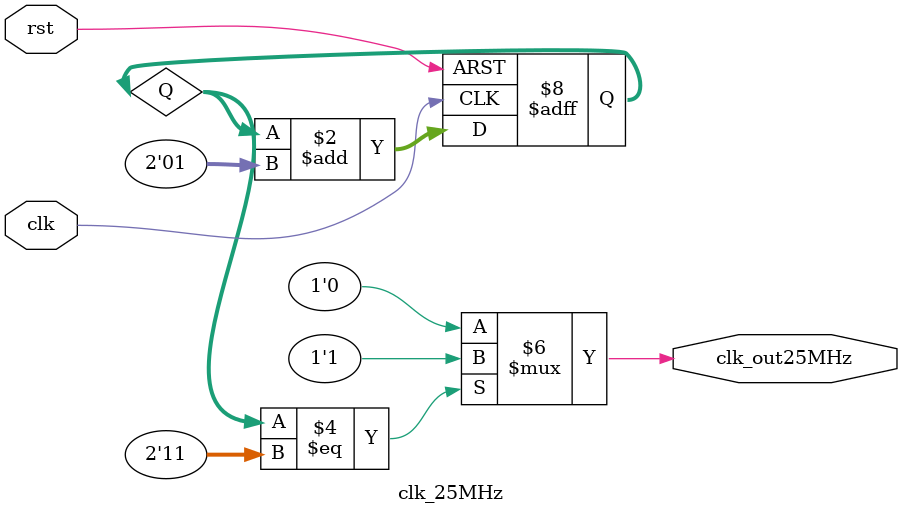
<source format=v>
`timescale 1ns / 1ps



module clk_25MHz(
    input       clk,
    input       rst,
    output  reg clk_out25MHz
    );
    
    reg     [1:0]   Q;
    
    always @(posedge clk, posedge rst)
        if(rst)
            Q <= 2'b0;
        else
            Q <= Q + 2'b01;
    
    always @(*)
        if(Q == 2'b11)
            clk_out25MHz = 1'b1;
        else
            clk_out25MHz = 1'b0;
            
endmodule

</source>
